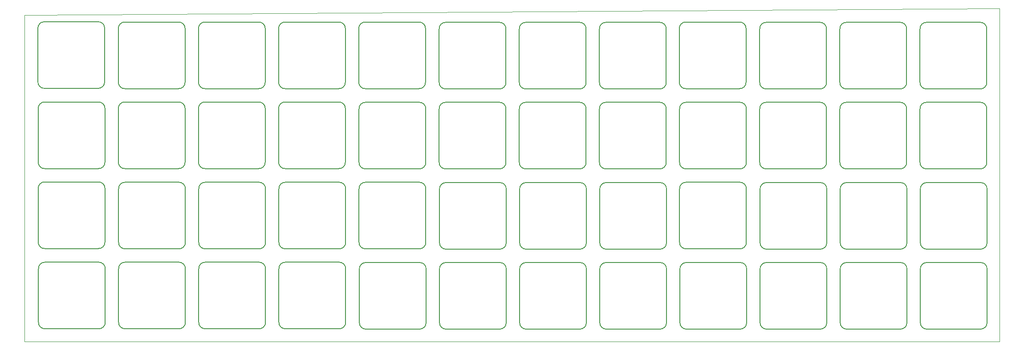
<source format=gko>
G04 Layer: BoardOutlineLayer*
G04 EasyEDA v6.5.39, 2024-01-08 11:37:38*
G04 6cd0d5bafeca4fa0971910b3ad43bacb,24315905b9734375b2ccc5c6aeea7757,10*
G04 Gerber Generator version 0.2*
G04 Scale: 100 percent, Rotated: No, Reflected: No *
G04 Dimensions in inches *
G04 leading zeros omitted , absolute positions ,3 integer and 6 decimal *
%FSLAX36Y36*%
%MOIN*%

%ADD10C,0.0050*%
%ADD11C,0.0020*%
D10*
X100000Y1950000D02*
G01*
X100000Y2350000D01*
D11*
X0Y0D02*
G01*
X0Y2450000D01*
X7300000Y2500000D01*
X7300000Y0D01*
X0Y0D01*
D10*
X600000Y2350000D02*
G01*
X600000Y1950000D01*
X150000Y2400000D02*
G01*
X550000Y2400000D01*
X4902240Y1947759D02*
G01*
X4902240Y2347759D01*
X6756722Y593276D02*
G01*
X7156722Y593276D01*
X6706722Y143276D02*
G01*
X6706722Y543276D01*
X7156722Y93276D02*
G01*
X6756722Y93276D01*
X7206722Y543276D02*
G01*
X7206722Y143276D01*
X6156722Y593276D02*
G01*
X6556722Y593276D01*
X6106722Y143276D02*
G01*
X6106722Y543276D01*
X6556722Y93276D02*
G01*
X6156722Y93276D01*
X6606722Y543276D02*
G01*
X6606722Y143276D01*
X5556719Y593276D02*
G01*
X5956722Y593276D01*
X5506719Y143276D02*
G01*
X5506719Y543276D01*
X5956722Y93276D02*
G01*
X5556719Y93276D01*
X6006722Y543276D02*
G01*
X6006722Y143276D01*
X4956719Y593276D02*
G01*
X5356719Y593276D01*
X4906719Y143276D02*
G01*
X4906719Y543276D01*
X5356719Y93276D02*
G01*
X4956719Y93276D01*
X5406719Y543276D02*
G01*
X5406719Y143276D01*
X6756722Y1193276D02*
G01*
X7156722Y1193276D01*
X6706722Y743276D02*
G01*
X6706722Y1143276D01*
X7156722Y693276D02*
G01*
X6756722Y693276D01*
X7206722Y1143276D02*
G01*
X7206722Y743276D01*
X6156722Y1193276D02*
G01*
X6556722Y1193276D01*
X6106722Y743276D02*
G01*
X6106722Y1143276D01*
X6556722Y693276D02*
G01*
X6156722Y693276D01*
X6606722Y1143276D02*
G01*
X6606722Y743276D01*
X5556719Y1193276D02*
G01*
X5956722Y1193276D01*
X5506719Y743276D02*
G01*
X5506719Y1143276D01*
X5956722Y693276D02*
G01*
X5556719Y693276D01*
X6006722Y1143276D02*
G01*
X6006722Y743276D01*
X4954480Y1195518D02*
G01*
X5354480Y1195518D01*
X4904480Y745518D02*
G01*
X4904480Y1145518D01*
X5354480Y695518D02*
G01*
X4954480Y695518D01*
X5404480Y1145518D02*
G01*
X5404480Y745518D01*
X6754480Y1795518D02*
G01*
X7154480Y1795518D01*
X6704480Y1345518D02*
G01*
X6704480Y1745518D01*
X7154480Y1295518D02*
G01*
X6754480Y1295518D01*
X7204480Y1745518D02*
G01*
X7204480Y1345518D01*
X6154480Y1795518D02*
G01*
X6554480Y1795518D01*
X6104480Y1345518D02*
G01*
X6104480Y1745518D01*
X6554480Y1295518D02*
G01*
X6154480Y1295518D01*
X6604480Y1745518D02*
G01*
X6604480Y1345518D01*
X5554480Y1795518D02*
G01*
X5954480Y1795518D01*
X5504480Y1345518D02*
G01*
X5504480Y1745518D01*
X5954480Y1295518D02*
G01*
X5554480Y1295518D01*
X6004480Y1745518D02*
G01*
X6004480Y1345518D01*
X4954480Y1795518D02*
G01*
X5354480Y1795518D01*
X4904480Y1345518D02*
G01*
X4904480Y1745518D01*
X5354480Y1295518D02*
G01*
X4954480Y1295518D01*
X5404480Y1745518D02*
G01*
X5404480Y1345518D01*
X6754480Y2395518D02*
G01*
X7154480Y2395518D01*
X6704480Y1945518D02*
G01*
X6704480Y2345518D01*
X7154480Y1895518D02*
G01*
X6754480Y1895518D01*
X7204480Y2345518D02*
G01*
X7204480Y1945518D01*
X6154480Y2395518D02*
G01*
X6554480Y2395518D01*
X6104480Y1945518D02*
G01*
X6104480Y2345518D01*
X6554480Y1895518D02*
G01*
X6154480Y1895518D01*
X6604480Y2345518D02*
G01*
X6604480Y1945518D01*
X5554480Y2395518D02*
G01*
X5954480Y2395518D01*
X5504480Y1945518D02*
G01*
X5504480Y2345518D01*
X5954480Y1895518D02*
G01*
X5554480Y1895518D01*
X6004480Y2345518D02*
G01*
X6004480Y1945518D01*
X4952240Y2397759D02*
G01*
X5352240Y2397759D01*
X5352240Y1897759D02*
G01*
X4952240Y1897759D01*
X5402240Y2347759D02*
G01*
X5402240Y1947759D01*
X4356722Y593276D02*
G01*
X4756722Y593276D01*
X4306722Y143276D02*
G01*
X4306722Y543276D01*
X4756722Y93276D02*
G01*
X4356722Y93276D01*
X4806722Y543276D02*
G01*
X4806722Y143276D01*
X3756721Y593276D02*
G01*
X4156721Y593276D01*
X3706721Y143276D02*
G01*
X3706721Y543276D01*
X4156721Y93276D02*
G01*
X3756721Y93276D01*
X4206722Y543276D02*
G01*
X4206722Y143276D01*
X3156719Y593276D02*
G01*
X3556721Y593276D01*
X3106719Y143276D02*
G01*
X3106719Y543276D01*
X3556721Y93276D02*
G01*
X3156719Y93276D01*
X3606721Y543276D02*
G01*
X3606721Y143276D01*
X2556719Y593276D02*
G01*
X2956719Y593276D01*
X2506719Y143276D02*
G01*
X2506719Y543276D01*
X2956719Y93276D02*
G01*
X2556719Y93276D01*
X3006719Y543276D02*
G01*
X3006719Y143276D01*
X4356722Y1193276D02*
G01*
X4756722Y1193276D01*
X4306722Y743276D02*
G01*
X4306722Y1143276D01*
X4756722Y693276D02*
G01*
X4356722Y693276D01*
X4806722Y1143276D02*
G01*
X4806722Y743276D01*
X3756721Y1193276D02*
G01*
X4156721Y1193276D01*
X3706721Y743276D02*
G01*
X3706721Y1143276D01*
X4156721Y693276D02*
G01*
X3756721Y693276D01*
X4206722Y1143276D02*
G01*
X4206722Y743276D01*
X3156719Y1193276D02*
G01*
X3556721Y1193276D01*
X3106719Y743276D02*
G01*
X3106719Y1143276D01*
X3556721Y693276D02*
G01*
X3156719Y693276D01*
X3606721Y1143276D02*
G01*
X3606721Y743276D01*
X2554480Y1195518D02*
G01*
X2954480Y1195518D01*
X2504480Y745518D02*
G01*
X2504480Y1145518D01*
X2954480Y695518D02*
G01*
X2554480Y695518D01*
X3004480Y1145518D02*
G01*
X3004480Y745518D01*
X4354480Y1795518D02*
G01*
X4754480Y1795518D01*
X4304480Y1345518D02*
G01*
X4304480Y1745518D01*
X4754480Y1295518D02*
G01*
X4354480Y1295518D01*
X4804480Y1745518D02*
G01*
X4804480Y1345518D01*
X3754480Y1795518D02*
G01*
X4154480Y1795518D01*
X3704480Y1345518D02*
G01*
X3704480Y1745518D01*
X4154480Y1295518D02*
G01*
X3754480Y1295518D01*
X4204480Y1745518D02*
G01*
X4204480Y1345518D01*
X3154480Y1795518D02*
G01*
X3554480Y1795518D01*
X3104480Y1345518D02*
G01*
X3104480Y1745518D01*
X3554480Y1295518D02*
G01*
X3154480Y1295518D01*
X3604480Y1745518D02*
G01*
X3604480Y1345518D01*
X2554480Y1795518D02*
G01*
X2954480Y1795518D01*
X2504480Y1345518D02*
G01*
X2504480Y1745518D01*
X2954480Y1295518D02*
G01*
X2554480Y1295518D01*
X3004480Y1745518D02*
G01*
X3004480Y1345518D01*
X4354480Y2395518D02*
G01*
X4754480Y2395518D01*
X4304480Y1945518D02*
G01*
X4304480Y2345518D01*
X4754480Y1895518D02*
G01*
X4354480Y1895518D01*
X4804480Y2345518D02*
G01*
X4804480Y1945518D01*
X3754480Y2395518D02*
G01*
X4154480Y2395518D01*
X3704480Y1945518D02*
G01*
X3704480Y2345518D01*
X4154480Y1895518D02*
G01*
X3754480Y1895518D01*
X4204480Y2345518D02*
G01*
X4204480Y1945518D01*
X3154480Y2395518D02*
G01*
X3554480Y2395518D01*
X3104480Y1945518D02*
G01*
X3104480Y2345518D01*
X3554480Y1895518D02*
G01*
X3154480Y1895518D01*
X3604480Y2345518D02*
G01*
X3604480Y1945518D01*
X2552240Y2397759D02*
G01*
X2952240Y2397759D01*
X2502240Y1947759D02*
G01*
X2502240Y2347759D01*
X2952240Y1897759D02*
G01*
X2552240Y1897759D01*
X3002240Y2347759D02*
G01*
X3002240Y1947759D01*
X1954480Y595518D02*
G01*
X2354480Y595518D01*
X1904480Y145518D02*
G01*
X1904480Y545518D01*
X2354480Y95518D02*
G01*
X1954480Y95518D01*
X2404480Y545518D02*
G01*
X2404480Y145518D01*
X1354480Y595518D02*
G01*
X1754480Y595518D01*
X1304480Y145518D02*
G01*
X1304480Y545518D01*
X1754480Y95518D02*
G01*
X1354480Y95518D01*
X1804480Y545518D02*
G01*
X1804480Y145518D01*
X754481Y595518D02*
G01*
X1154480Y595518D01*
X704481Y145518D02*
G01*
X704481Y545518D01*
X1154480Y95518D02*
G01*
X754481Y95518D01*
X1204480Y545518D02*
G01*
X1204480Y145518D01*
X154481Y595518D02*
G01*
X554481Y595518D01*
X104481Y145518D02*
G01*
X104481Y545518D01*
X554481Y95518D02*
G01*
X154481Y95518D01*
X604481Y545518D02*
G01*
X604481Y145518D01*
X1954480Y1195518D02*
G01*
X2354480Y1195518D01*
X1904480Y745518D02*
G01*
X1904480Y1145518D01*
X2354480Y695518D02*
G01*
X1954480Y695518D01*
X2404480Y1145518D02*
G01*
X2404480Y745518D01*
X1354480Y1195518D02*
G01*
X1754480Y1195518D01*
X1304480Y745518D02*
G01*
X1304480Y1145518D01*
X1754480Y695518D02*
G01*
X1354480Y695518D01*
X1804480Y1145518D02*
G01*
X1804480Y745518D01*
X754481Y1195518D02*
G01*
X1154480Y1195518D01*
X704481Y745518D02*
G01*
X704481Y1145518D01*
X1154480Y695518D02*
G01*
X754481Y695518D01*
X1204480Y1145518D02*
G01*
X1204480Y745518D01*
X152240Y1197759D02*
G01*
X552240Y1197759D01*
X102240Y747759D02*
G01*
X102240Y1147759D01*
X552240Y697759D02*
G01*
X152240Y697759D01*
X602240Y1147759D02*
G01*
X602240Y747759D01*
X1952240Y1797759D02*
G01*
X2352240Y1797759D01*
X1902240Y1347759D02*
G01*
X1902240Y1747759D01*
X2352240Y1297759D02*
G01*
X1952240Y1297759D01*
X2402240Y1747759D02*
G01*
X2402240Y1347759D01*
X1352240Y1797759D02*
G01*
X1752240Y1797759D01*
X1302240Y1347759D02*
G01*
X1302240Y1747759D01*
X1752240Y1297759D02*
G01*
X1352240Y1297759D01*
X1802240Y1747759D02*
G01*
X1802240Y1347759D01*
X752240Y1797759D02*
G01*
X1152240Y1797759D01*
X702240Y1347759D02*
G01*
X702240Y1747759D01*
X1152240Y1297759D02*
G01*
X752240Y1297759D01*
X1202240Y1747759D02*
G01*
X1202240Y1347759D01*
X152240Y1797759D02*
G01*
X552240Y1797759D01*
X102240Y1347759D02*
G01*
X102240Y1747759D01*
X552240Y1297759D02*
G01*
X152240Y1297759D01*
X602240Y1747759D02*
G01*
X602240Y1347759D01*
X1952240Y2397759D02*
G01*
X2352240Y2397759D01*
X1902240Y1947759D02*
G01*
X1902240Y2347759D01*
X2352240Y1897759D02*
G01*
X1952240Y1897759D01*
X2402240Y2347759D02*
G01*
X2402240Y1947759D01*
X1352240Y2397759D02*
G01*
X1752240Y2397759D01*
X1302240Y1947759D02*
G01*
X1302240Y2347759D01*
X1752240Y1897759D02*
G01*
X1352240Y1897759D01*
X1802240Y2347759D02*
G01*
X1802240Y1947759D01*
X752240Y2397759D02*
G01*
X1152240Y2397759D01*
X702240Y1947759D02*
G01*
X702240Y2347759D01*
X1152240Y1897759D02*
G01*
X752240Y1897759D01*
X1202240Y2347759D02*
G01*
X1202240Y1947759D01*
X550000Y1900000D02*
G01*
X150000Y1900000D01*
G75*
G01*
X549974Y1900027D02*
G03*
X599974Y1950027I2268J47732D01*
G75*
G01*
X150027Y1900027D02*
G02*
X100027Y1950027I-2268J47732D01*
G75*
G01*
X702268Y2347732D02*
G02*
X752268Y2397732I47732J2268D01*
G75*
G01*
X752267Y1897786D02*
G02*
X702267Y1947786I-2268J47732D01*
G75*
G01*
X1152214Y1897786D02*
G03*
X1202214Y1947786I2268J47732D01*
G75*
G01*
X1202214Y2347732D02*
G03*
X1152214Y2397732I-47732J2268D01*
G75*
G01*
X1302268Y2347732D02*
G02*
X1352268Y2397732I47732J2268D01*
G75*
G01*
X1352267Y1897786D02*
G02*
X1302267Y1947786I-2268J47732D01*
G75*
G01*
X1752214Y1897786D02*
G03*
X1802214Y1947786I2268J47732D01*
G75*
G01*
X1802214Y2347732D02*
G03*
X1752214Y2397732I-47732J2268D01*
G75*
G01*
X1902268Y2347732D02*
G02*
X1952268Y2397732I47732J2268D01*
G75*
G01*
X1952267Y1897786D02*
G02*
X1902267Y1947786I-2268J47732D01*
G75*
G01*
X2352214Y1897786D02*
G03*
X2402214Y1947786I2268J47732D01*
G75*
G01*
X2402214Y2347732D02*
G03*
X2352214Y2397732I-47732J2268D01*
G75*
G01*
X102268Y1747732D02*
G02*
X152268Y1797732I47732J2268D01*
G75*
G01*
X152267Y1297786D02*
G02*
X102267Y1347786I-2268J47732D01*
G75*
G01*
X552214Y1297786D02*
G03*
X602214Y1347786I2268J47732D01*
G75*
G01*
X602214Y1747732D02*
G03*
X552214Y1797732I-47732J2268D01*
G75*
G01*
X702268Y1747732D02*
G02*
X752268Y1797732I47732J2268D01*
G75*
G01*
X752267Y1297786D02*
G02*
X702267Y1347786I-2268J47732D01*
G75*
G01*
X1152214Y1297786D02*
G03*
X1202214Y1347786I2268J47732D01*
G75*
G01*
X1202214Y1747732D02*
G03*
X1152214Y1797732I-47732J2268D01*
G75*
G01*
X1302268Y1747732D02*
G02*
X1352268Y1797732I47732J2268D01*
G75*
G01*
X1352267Y1297786D02*
G02*
X1302267Y1347786I-2268J47732D01*
G75*
G01*
X1752214Y1297786D02*
G03*
X1802214Y1347786I2268J47732D01*
G75*
G01*
X1802214Y1747732D02*
G03*
X1752214Y1797732I-47732J2268D01*
G75*
G01*
X1902268Y1747732D02*
G02*
X1952268Y1797732I47732J2268D01*
G75*
G01*
X1952267Y1297786D02*
G02*
X1902267Y1347786I-2268J47732D01*
G75*
G01*
X2352214Y1297786D02*
G03*
X2402214Y1347786I2268J47732D01*
G75*
G01*
X2402214Y1747732D02*
G03*
X2352214Y1797732I-47732J2268D01*
G75*
G01*
X2404454Y545491D02*
G03*
X2354454Y595491I-47732J2268D01*
G75*
G01*
X2354454Y95545D02*
G03*
X2404454Y145545I2268J47732D01*
G75*
G01*
X1954507Y95545D02*
G02*
X1904507Y145545I-2268J47732D01*
G75*
G01*
X1904508Y545491D02*
G02*
X1954508Y595491I47732J2268D01*
G75*
G01*
X1804454Y545491D02*
G03*
X1754454Y595491I-47732J2268D01*
G75*
G01*
X1754454Y95545D02*
G03*
X1804454Y145545I2268J47732D01*
G75*
G01*
X1354507Y95545D02*
G02*
X1304507Y145545I-2268J47732D01*
G75*
G01*
X1304508Y545491D02*
G02*
X1354508Y595491I47732J2268D01*
G75*
G01*
X1204454Y545491D02*
G03*
X1154454Y595491I-47732J2268D01*
G75*
G01*
X1154454Y95545D02*
G03*
X1204454Y145545I2268J47732D01*
G75*
G01*
X754507Y95545D02*
G02*
X704507Y145545I-2268J47732D01*
G75*
G01*
X704508Y545491D02*
G02*
X754508Y595491I47732J2268D01*
G75*
G01*
X604454Y545491D02*
G03*
X554454Y595491I-47732J2268D01*
G75*
G01*
X554454Y95545D02*
G03*
X604454Y145545I2268J47732D01*
G75*
G01*
X154507Y95545D02*
G02*
X104507Y145545I-2268J47732D01*
G75*
G01*
X104508Y545491D02*
G02*
X154508Y595491I47732J2268D01*
G75*
G01*
X2404454Y1145491D02*
G03*
X2354454Y1195491I-47732J2268D01*
G75*
G01*
X2354454Y695545D02*
G03*
X2404454Y745545I2268J47732D01*
G75*
G01*
X1954507Y695545D02*
G02*
X1904507Y745545I-2268J47732D01*
G75*
G01*
X1904508Y1145491D02*
G02*
X1954508Y1195491I47732J2268D01*
G75*
G01*
X1804454Y1145491D02*
G03*
X1754454Y1195491I-47732J2268D01*
G75*
G01*
X1754454Y695545D02*
G03*
X1804454Y745545I2268J47732D01*
G75*
G01*
X1354507Y695545D02*
G02*
X1304507Y745545I-2268J47732D01*
G75*
G01*
X1304508Y1145491D02*
G02*
X1354508Y1195491I47732J2268D01*
G75*
G01*
X1204454Y1145491D02*
G03*
X1154454Y1195491I-47732J2268D01*
G75*
G01*
X1154454Y695545D02*
G03*
X1204454Y745545I2268J47732D01*
G75*
G01*
X754507Y695545D02*
G02*
X704507Y745545I-2268J47732D01*
G75*
G01*
X704508Y1145491D02*
G02*
X754508Y1195491I47732J2268D01*
G75*
G01*
X102268Y1147732D02*
G02*
X152268Y1197732I47732J2268D01*
G75*
G01*
X152267Y697786D02*
G02*
X102267Y747786I-2268J47732D01*
G75*
G01*
X602214Y1147732D02*
G03*
X552214Y1197732I-47732J2268D01*
G75*
G01*
X3004454Y1145491D02*
G03*
X2954454Y1195491I-47732J2268D01*
G75*
G01*
X2954454Y695545D02*
G03*
X3004454Y745545I2268J47732D01*
G75*
G01*
X2554507Y695545D02*
G02*
X2504507Y745545I-2268J47732D01*
G75*
G01*
X2504508Y1145491D02*
G02*
X2554508Y1195491I47732J2268D01*
G75*
G01*
X3106748Y1143250D02*
G02*
X3156748Y1193250I47732J2268D01*
G75*
G01*
X3156747Y693304D02*
G02*
X3106747Y743304I-2268J47732D01*
G75*
G01*
X3556694Y693304D02*
G03*
X3606694Y743304I2268J47732D01*
G75*
G01*
X3606694Y1143250D02*
G03*
X3556694Y1193250I-47732J2268D01*
G75*
G01*
X3706748Y1143250D02*
G02*
X3756748Y1193250I47732J2268D01*
G75*
G01*
X3756747Y693304D02*
G02*
X3706747Y743304I-2268J47732D01*
G75*
G01*
X4156694Y693304D02*
G03*
X4206694Y743304I2268J47732D01*
G75*
G01*
X4206694Y1143250D02*
G03*
X4156694Y1193250I-47732J2268D01*
G75*
G01*
X4306748Y1143250D02*
G02*
X4356748Y1193250I47732J2268D01*
G75*
G01*
X4356747Y693304D02*
G02*
X4306747Y743304I-2268J47732D01*
G75*
G01*
X4756694Y693304D02*
G03*
X4806694Y743304I2268J47732D01*
G75*
G01*
X4806694Y1143250D02*
G03*
X4756694Y1193250I-47732J2268D01*
G75*
G01*
X2506748Y543250D02*
G02*
X2556748Y593250I47732J2268D01*
G75*
G01*
X2556747Y93304D02*
G02*
X2506747Y143304I-2268J47732D01*
G75*
G01*
X2956694Y93304D02*
G03*
X3006694Y143304I2268J47732D01*
G75*
G01*
X3006694Y543250D02*
G03*
X2956694Y593250I-47732J2268D01*
G75*
G01*
X3106748Y543250D02*
G02*
X3156748Y593250I47732J2268D01*
G75*
G01*
X3156747Y93304D02*
G02*
X3106747Y143304I-2268J47732D01*
G75*
G01*
X3556694Y93304D02*
G03*
X3606694Y143304I2268J47732D01*
G75*
G01*
X3606694Y543250D02*
G03*
X3556694Y593250I-47732J2268D01*
G75*
G01*
X3706748Y543250D02*
G02*
X3756748Y593250I47732J2268D01*
G75*
G01*
X3756747Y93304D02*
G02*
X3706747Y143304I-2268J47732D01*
G75*
G01*
X4156694Y93304D02*
G03*
X4206694Y143304I2268J47732D01*
G75*
G01*
X4206694Y543250D02*
G03*
X4156694Y593250I-47732J2268D01*
G75*
G01*
X4306748Y543250D02*
G02*
X4356748Y593250I47732J2268D01*
G75*
G01*
X4356747Y93304D02*
G02*
X4306747Y143304I-2268J47732D01*
G75*
G01*
X4756694Y93304D02*
G03*
X4806694Y143304I2268J47732D01*
G75*
G01*
X4806694Y543250D02*
G03*
X4756694Y593250I-47732J2268D01*
G75*
G01*
X4804454Y1745491D02*
G03*
X4754454Y1795491I-47732J2268D01*
G75*
G01*
X4754454Y1295545D02*
G03*
X4804454Y1345545I2268J47732D01*
G75*
G01*
X4354507Y1295545D02*
G02*
X4304507Y1345545I-2268J47732D01*
G75*
G01*
X4304508Y1745491D02*
G02*
X4354508Y1795491I47732J2268D01*
G75*
G01*
X4204454Y1745491D02*
G03*
X4154454Y1795491I-47732J2268D01*
G75*
G01*
X4154454Y1295545D02*
G03*
X4204454Y1345545I2268J47732D01*
G75*
G01*
X3754507Y1295545D02*
G02*
X3704507Y1345545I-2268J47732D01*
G75*
G01*
X3704508Y1745491D02*
G02*
X3754508Y1795491I47732J2268D01*
G75*
G01*
X3604454Y1745491D02*
G03*
X3554454Y1795491I-47732J2268D01*
G75*
G01*
X3554454Y1295545D02*
G03*
X3604454Y1345545I2268J47732D01*
G75*
G01*
X3154507Y1295545D02*
G02*
X3104507Y1345545I-2268J47732D01*
G75*
G01*
X3104508Y1745491D02*
G02*
X3154508Y1795491I47732J2268D01*
G75*
G01*
X3004454Y1745491D02*
G03*
X2954454Y1795491I-47732J2268D01*
G75*
G01*
X2954454Y1295545D02*
G03*
X3004454Y1345545I2268J47732D01*
G75*
G01*
X2554507Y1295545D02*
G02*
X2504507Y1345545I-2268J47732D01*
G75*
G01*
X2504508Y1745491D02*
G02*
X2554508Y1795491I47732J2268D01*
G75*
G01*
X4804454Y2345491D02*
G03*
X4754454Y2395491I-47732J2268D01*
G75*
G01*
X4754454Y1895545D02*
G03*
X4804454Y1945545I2268J47732D01*
G75*
G01*
X4354507Y1895545D02*
G02*
X4304507Y1945545I-2268J47732D01*
G75*
G01*
X4304508Y2345491D02*
G02*
X4354508Y2395491I47732J2268D01*
G75*
G01*
X4204454Y2345491D02*
G03*
X4154454Y2395491I-47732J2268D01*
G75*
G01*
X4154454Y1895545D02*
G03*
X4204454Y1945545I2268J47732D01*
G75*
G01*
X3754507Y1895545D02*
G02*
X3704507Y1945545I-2268J47732D01*
G75*
G01*
X3704508Y2345491D02*
G02*
X3754508Y2395491I47732J2268D01*
G75*
G01*
X3604454Y2345491D02*
G03*
X3554454Y2395491I-47732J2268D01*
G75*
G01*
X3554454Y1895545D02*
G03*
X3604454Y1945545I2268J47732D01*
G75*
G01*
X3154507Y1895545D02*
G02*
X3104507Y1945545I-2268J47732D01*
G75*
G01*
X3104508Y2345491D02*
G02*
X3154508Y2395491I47732J2268D01*
G75*
G01*
X2502268Y2347732D02*
G02*
X2552268Y2397732I47732J2268D01*
G75*
G01*
X2552267Y1897786D02*
G02*
X2502267Y1947786I-2268J47732D01*
G75*
G01*
X2952214Y1897786D02*
G03*
X3002214Y1947786I2268J47732D01*
G75*
G01*
X3002214Y2347732D02*
G03*
X2952214Y2397732I-47732J2268D01*
G75*
G01*
X5404454Y1145491D02*
G03*
X5354454Y1195491I-47732J2268D01*
G75*
G01*
X5354454Y695545D02*
G03*
X5404454Y745545I2268J47732D01*
G75*
G01*
X4954507Y695545D02*
G02*
X4904507Y745545I-2268J47732D01*
G75*
G01*
X4904508Y1145491D02*
G02*
X4954508Y1195491I47732J2268D01*
G75*
G01*
X5506748Y1143250D02*
G02*
X5556748Y1193250I47732J2268D01*
G75*
G01*
X5556747Y693304D02*
G02*
X5506747Y743304I-2268J47732D01*
G75*
G01*
X5956694Y693304D02*
G03*
X6006694Y743304I2268J47732D01*
G75*
G01*
X6006694Y1143250D02*
G03*
X5956694Y1193250I-47732J2268D01*
G75*
G01*
X6106748Y1143250D02*
G02*
X6156748Y1193250I47732J2268D01*
G75*
G01*
X6156747Y693304D02*
G02*
X6106747Y743304I-2268J47732D01*
G75*
G01*
X6556694Y693304D02*
G03*
X6606694Y743304I2268J47732D01*
G75*
G01*
X6606694Y1143250D02*
G03*
X6556694Y1193250I-47732J2268D01*
G75*
G01*
X6706748Y1143250D02*
G02*
X6756748Y1193250I47732J2268D01*
G75*
G01*
X6756747Y693304D02*
G02*
X6706747Y743304I-2268J47732D01*
G75*
G01*
X7156694Y693304D02*
G03*
X7206694Y743304I2268J47732D01*
G75*
G01*
X7206694Y1143250D02*
G03*
X7156694Y1193250I-47732J2268D01*
G75*
G01*
X4906748Y543250D02*
G02*
X4956748Y593250I47732J2268D01*
G75*
G01*
X4956747Y93304D02*
G02*
X4906747Y143304I-2268J47732D01*
G75*
G01*
X5356694Y93304D02*
G03*
X5406694Y143304I2268J47732D01*
G75*
G01*
X5406694Y543250D02*
G03*
X5356694Y593250I-47732J2268D01*
G75*
G01*
X5506748Y543250D02*
G02*
X5556748Y593250I47732J2268D01*
G75*
G01*
X5556747Y93304D02*
G02*
X5506747Y143304I-2268J47732D01*
G75*
G01*
X5956694Y93304D02*
G03*
X6006694Y143304I2268J47732D01*
G75*
G01*
X6006694Y543250D02*
G03*
X5956694Y593250I-47732J2268D01*
G75*
G01*
X6106748Y543250D02*
G02*
X6156748Y593250I47732J2268D01*
G75*
G01*
X6156747Y93304D02*
G02*
X6106747Y143304I-2268J47732D01*
G75*
G01*
X6556694Y93304D02*
G03*
X6606694Y143304I2268J47732D01*
G75*
G01*
X6606694Y543250D02*
G03*
X6556694Y593250I-47732J2268D01*
G75*
G01*
X6706748Y543250D02*
G02*
X6756748Y593250I47732J2268D01*
G75*
G01*
X6756747Y93304D02*
G02*
X6706747Y143304I-2268J47732D01*
G75*
G01*
X7156694Y93304D02*
G03*
X7206694Y143304I2268J47732D01*
G75*
G01*
X7206694Y543250D02*
G03*
X7156694Y593250I-47732J2268D01*
G75*
G01*
X7204454Y1745491D02*
G03*
X7154454Y1795491I-47732J2268D01*
G75*
G01*
X7154454Y1295545D02*
G03*
X7204454Y1345545I2268J47732D01*
G75*
G01*
X6754507Y1295545D02*
G02*
X6704507Y1345545I-2268J47732D01*
G75*
G01*
X6704508Y1745491D02*
G02*
X6754508Y1795491I47732J2268D01*
G75*
G01*
X6604454Y1745491D02*
G03*
X6554454Y1795491I-47732J2268D01*
G75*
G01*
X6554454Y1295545D02*
G03*
X6604454Y1345545I2268J47732D01*
G75*
G01*
X6154507Y1295545D02*
G02*
X6104507Y1345545I-2268J47732D01*
G75*
G01*
X6104508Y1745491D02*
G02*
X6154508Y1795491I47732J2268D01*
G75*
G01*
X6004454Y1745491D02*
G03*
X5954454Y1795491I-47732J2268D01*
G75*
G01*
X5954454Y1295545D02*
G03*
X6004454Y1345545I2268J47732D01*
G75*
G01*
X5554507Y1295545D02*
G02*
X5504507Y1345545I-2268J47732D01*
G75*
G01*
X5504508Y1745491D02*
G02*
X5554508Y1795491I47732J2268D01*
G75*
G01*
X5404454Y1745491D02*
G03*
X5354454Y1795491I-47732J2268D01*
G75*
G01*
X5354454Y1295545D02*
G03*
X5404454Y1345545I2268J47732D01*
G75*
G01*
X4954507Y1295545D02*
G02*
X4904507Y1345545I-2268J47732D01*
G75*
G01*
X4904508Y1745491D02*
G02*
X4954508Y1795491I47732J2268D01*
G75*
G01*
X7204454Y2345491D02*
G03*
X7154454Y2395491I-47732J2268D01*
G75*
G01*
X7154454Y1895545D02*
G03*
X7204454Y1945545I2268J47732D01*
G75*
G01*
X6754507Y1895545D02*
G02*
X6704507Y1945545I-2268J47732D01*
G75*
G01*
X6704508Y2345491D02*
G02*
X6754508Y2395491I47732J2268D01*
G75*
G01*
X6604454Y2345491D02*
G03*
X6554454Y2395491I-47732J2268D01*
G75*
G01*
X6554454Y1895545D02*
G03*
X6604454Y1945545I2268J47732D01*
G75*
G01*
X6154507Y1895545D02*
G02*
X6104507Y1945545I-2268J47732D01*
G75*
G01*
X6104508Y2345491D02*
G02*
X6154508Y2395491I47732J2268D01*
G75*
G01*
X6004454Y2345491D02*
G03*
X5954454Y2395491I-47732J2268D01*
G75*
G01*
X5954454Y1895545D02*
G03*
X6004454Y1945545I2268J47732D01*
G75*
G01*
X5554507Y1895545D02*
G02*
X5504507Y1945545I-2268J47732D01*
G75*
G01*
X5504508Y2345491D02*
G02*
X5554508Y2395491I47732J2268D01*
G75*
G01*
X4902268Y2347732D02*
G02*
X4952268Y2397732I47732J2268D01*
G75*
G01*
X4952267Y1897786D02*
G02*
X4902267Y1947786I-2268J47732D01*
G75*
G01*
X5352214Y1897786D02*
G03*
X5402214Y1947786I2268J47732D01*
G75*
G01*
X5402214Y2347732D02*
G03*
X5352214Y2397732I-47732J2268D01*
G75*
G01*
X552214Y697786D02*
G03*
X602214Y747786I2268J47732D01*
G75*
G01*
X100028Y2349973D02*
G02*
X150028Y2399973I47732J2268D01*
G75*
G01*
X599974Y2349973D02*
G03*
X549974Y2399973I-47732J2268D01*

%LPD*%
M02*

</source>
